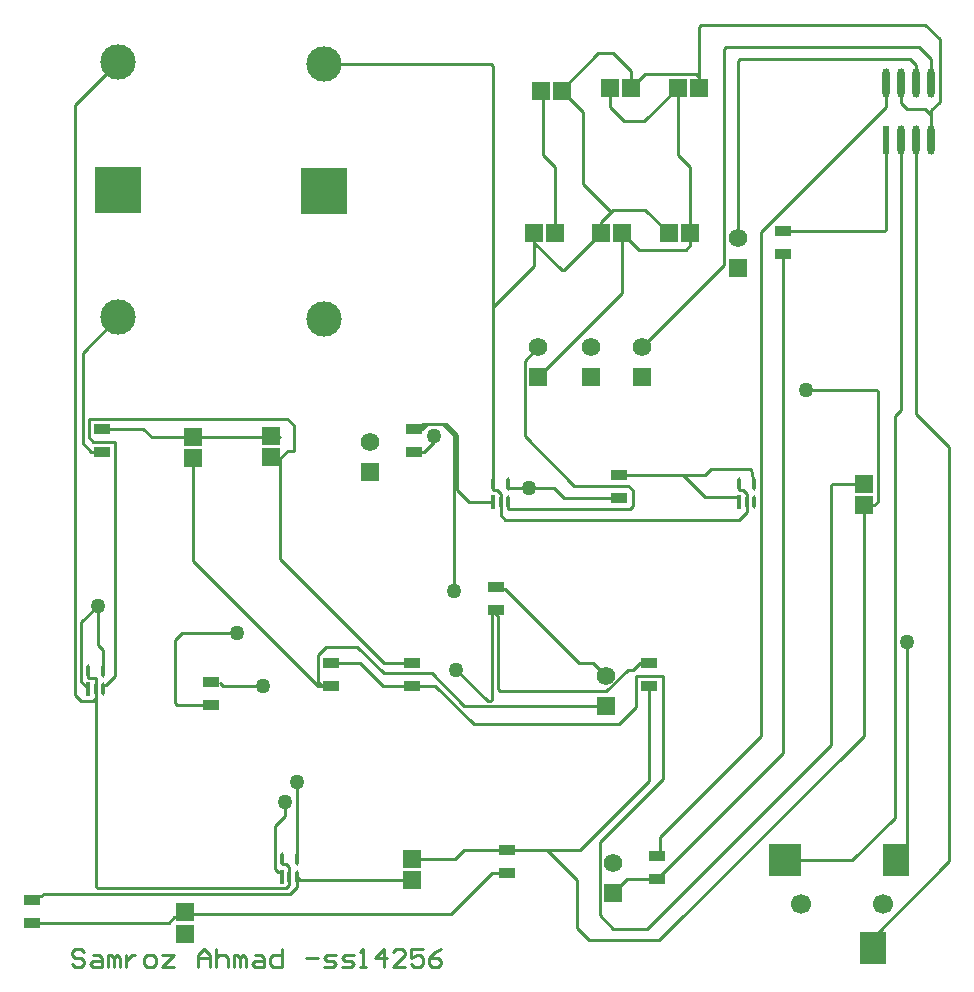
<source format=gtl>
G04*
G04 #@! TF.GenerationSoftware,Altium Limited,Altium Designer,21.5.1 (32)*
G04*
G04 Layer_Physical_Order=1*
G04 Layer_Color=255*
%FSLAX25Y25*%
%MOIN*%
G70*
G04*
G04 #@! TF.SameCoordinates,DAD435CF-6C14-4571-BFE5-B678BFDF4ED4*
G04*
G04*
G04 #@! TF.FilePolarity,Positive*
G04*
G01*
G75*
%ADD13C,0.01000*%
%ADD14R,0.15590X0.15590*%
%ADD15R,0.06102X0.06102*%
%ADD16R,0.08661X0.11024*%
%ADD17R,0.11024X0.11024*%
%ADD18R,0.05709X0.03740*%
%ADD19R,0.01322X0.04583*%
G04:AMPARAMS|DCode=20|XSize=45.83mil|YSize=13.22mil|CornerRadius=6.61mil|HoleSize=0mil|Usage=FLASHONLY|Rotation=90.000|XOffset=0mil|YOffset=0mil|HoleType=Round|Shape=RoundedRectangle|*
%AMROUNDEDRECTD20*
21,1,0.04583,0.00000,0,0,90.0*
21,1,0.03260,0.01322,0,0,90.0*
1,1,0.01322,0.00000,0.01630*
1,1,0.01322,0.00000,-0.01630*
1,1,0.01322,0.00000,-0.01630*
1,1,0.01322,0.00000,0.01630*
%
%ADD20ROUNDEDRECTD20*%
G04:AMPARAMS|DCode=21|XSize=97.4mil|YSize=24.49mil|CornerRadius=12.25mil|HoleSize=0mil|Usage=FLASHONLY|Rotation=90.000|XOffset=0mil|YOffset=0mil|HoleType=Round|Shape=RoundedRectangle|*
%AMROUNDEDRECTD21*
21,1,0.09740,0.00000,0,0,90.0*
21,1,0.07291,0.02449,0,0,90.0*
1,1,0.02449,0.00000,0.03646*
1,1,0.02449,0.00000,-0.03646*
1,1,0.02449,0.00000,-0.03646*
1,1,0.02449,0.00000,0.03646*
%
%ADD21ROUNDEDRECTD21*%
%ADD22R,0.02449X0.09740*%
%ADD23R,0.06102X0.06102*%
%ADD31C,0.06181*%
%ADD32R,0.06181X0.06181*%
%ADD34C,0.11811*%
%ADD35C,0.06693*%
%ADD36C,0.05000*%
D13*
X176852Y131633D02*
Y132310D01*
Y132471D02*
X178354Y130968D01*
X179032D01*
X203661Y106339D02*
X208161D01*
X179032Y130968D02*
X203661Y106339D01*
X174500Y124096D02*
X176681Y121914D01*
X173086Y93514D02*
X173914D01*
X174500Y94100D01*
Y124096D01*
X162500Y104100D02*
X173086Y93514D01*
X165200Y92000D02*
X212500D01*
X176681Y97586D02*
X177267Y97000D01*
X176681Y97586D02*
Y121914D01*
X177267Y97000D02*
X212649D01*
X219748Y104100D02*
X221697D01*
X223935Y106339D01*
X212649Y97000D02*
X219748Y104100D01*
X208161Y106339D02*
X212500Y102000D01*
X103200Y36500D02*
X104441D01*
X69000Y114000D02*
X71300Y116300D01*
X89400D01*
X69000Y92909D02*
Y114000D01*
Y92909D02*
X69586Y92323D01*
X81000D01*
X83911Y99589D02*
X84839Y98661D01*
X167000Y159900D02*
X174941D01*
X151200Y184339D02*
Y185900D01*
X287494Y78994D02*
Y165458D01*
X288079Y166043D02*
X298500D01*
X287494Y165458D02*
X288079Y166043D01*
X226200Y17700D02*
X287494Y78994D01*
X306000Y250924D02*
Y280488D01*
X271500Y250339D02*
X305414D01*
X306000Y250924D01*
X264300Y82100D02*
Y249800D01*
X306000Y291500D02*
Y299512D01*
X264300Y249800D02*
X306000Y291500D01*
X256500Y248000D02*
Y307000D01*
X257100Y307600D02*
X313900D01*
X256500Y307000D02*
X257100Y307600D01*
X252486Y311700D02*
X316800D01*
X251900Y238900D02*
Y311114D01*
X252486Y311700D01*
X243543Y318414D02*
X244129Y319000D01*
X243543Y301500D02*
Y318414D01*
Y298000D02*
Y301500D01*
X244129Y319000D02*
X319000D01*
X242443Y302600D02*
X243543Y301500D01*
X271500Y76161D02*
Y242661D01*
X229500Y34161D02*
X271500Y76161D01*
X230500Y48300D02*
X264300Y82100D01*
X215000Y17700D02*
X226200D01*
X207000Y13800D02*
X230300D01*
X298500Y82000D01*
Y158957D01*
X294567Y40567D02*
X308780Y54780D01*
X272323Y40567D02*
X294567D01*
X308780Y54780D02*
Y188474D01*
X312800Y44036D02*
Y113200D01*
X309331Y40567D02*
X312800Y44036D01*
X301457Y14700D02*
X327000Y40243D01*
X316000Y189274D02*
X327000Y178274D01*
Y40243D02*
Y178274D01*
X316000Y189274D02*
Y280488D01*
X279200Y197400D02*
X302514D01*
X303100Y160057D02*
Y196814D01*
X302514Y197400D02*
X303100Y196814D01*
X214322Y256678D02*
X215000Y257357D01*
X205000Y266000D02*
Y290000D01*
Y266000D02*
X214322Y256678D01*
X210957Y253313D02*
X214322Y256678D01*
X198000Y297000D02*
X205000Y290000D01*
X215000Y257357D02*
X225600D01*
X210957Y249500D02*
Y253313D01*
X188457Y246443D02*
X197764Y237136D01*
X198592D02*
X210957Y249500D01*
X197764Y237136D02*
X198592D01*
X174941Y166032D02*
Y224941D01*
Y163800D02*
Y166032D01*
X188457Y238457D02*
Y246443D01*
X174941Y224941D02*
X188457Y238457D01*
X174941Y224941D02*
Y305434D01*
X118500Y306020D02*
X174355D01*
X174941Y305434D01*
X188457Y246443D02*
Y249500D01*
X106941Y34909D02*
X107000Y34968D01*
X43086Y31177D02*
X105777D01*
X106941Y32341D01*
X42500Y31763D02*
X43086Y31177D01*
X106941Y32341D02*
Y34909D01*
X42500Y31763D02*
Y94500D01*
X22520Y28677D02*
X24539D01*
X25038Y29177D01*
X107236D01*
X21149Y27307D02*
X22520Y28677D01*
X160839Y22500D02*
X174500Y36161D01*
X74892Y22500D02*
X160839D01*
X66837Y19630D02*
X68721Y21514D01*
X68863D02*
X69449Y22100D01*
X21149Y19630D02*
X66837D01*
X68721Y21514D02*
X68863D01*
X69449Y22100D02*
Y22449D01*
X69500Y22500D01*
X71000D01*
X72000Y23500D01*
Y24500D01*
X75000Y181543D02*
X104000D01*
X44500Y184339D02*
X58300D01*
X61095Y181543D01*
X75000D01*
X240543Y249500D02*
Y271700D01*
X236457Y275787D02*
X240543Y271700D01*
X236457Y275787D02*
Y298000D01*
X195543Y249500D02*
Y271700D01*
X191457Y275787D02*
X195543Y271700D01*
X191457Y275787D02*
Y298000D01*
X148000Y41043D02*
X162300D01*
X165095Y43839D01*
X179500D01*
X218043Y249500D02*
X223500Y244043D01*
X239087D01*
X240543Y245500D01*
Y249500D01*
X198543Y298000D02*
X210043Y309500D01*
X215043D01*
X221043Y303500D01*
Y298000D02*
Y303500D01*
X213957Y291500D02*
Y298000D01*
Y291500D02*
X218557Y286900D01*
X225357D01*
X236457Y298000D01*
X221043D02*
X225643Y302600D01*
X242443D01*
X198600Y161161D02*
X217000D01*
X195261Y164500D02*
X198600Y161161D01*
X180059Y164500D02*
Y166032D01*
X190000Y201500D02*
X218043Y229543D01*
Y249500D01*
X223935Y106339D02*
X227000D01*
X229500Y41839D02*
X230500D01*
X308780Y188474D02*
X311000Y190694D01*
Y280488D01*
X185400Y206900D02*
X190000Y211500D01*
X185400Y181800D02*
Y206900D01*
Y181800D02*
X201800Y165400D01*
X220000D01*
X221400Y164000D01*
Y158500D02*
Y164000D01*
X220400Y157500D02*
X221400Y158500D01*
X180059Y157500D02*
Y159968D01*
X301457Y11933D02*
Y14700D01*
X224500Y211500D02*
X251900Y238900D01*
X316800Y311700D02*
X321000Y307500D01*
Y299512D02*
Y307500D01*
X154400Y102800D02*
X165200Y92000D01*
X138400Y102800D02*
X154400D01*
X129700Y111500D02*
X138400Y102800D01*
X119300Y111500D02*
X129700D01*
X116600Y108800D02*
X119300Y111500D01*
X116600Y100061D02*
Y108800D01*
Y100061D02*
X118000Y98661D01*
X104000Y141000D02*
Y174457D01*
Y141000D02*
X138661Y106339D01*
X148000D01*
X121000D02*
X130600D01*
X138277Y98661D01*
X148000D01*
X174500Y36161D02*
X179500D01*
X316000Y299512D02*
Y305500D01*
X313900Y307600D02*
X316000Y305500D01*
X319000Y290900D02*
X321000Y288900D01*
X313000Y290900D02*
X319000D01*
X311000Y292900D02*
X313000Y290900D01*
X311000Y292900D02*
Y299512D01*
X155300Y179961D02*
Y181900D01*
X152000Y176661D02*
X155300Y179961D01*
X148500Y176661D02*
X152000D01*
X152839Y185904D02*
X159274D01*
X162800Y182378D01*
Y164100D02*
Y182378D01*
Y164100D02*
X167000Y159900D01*
X174941D02*
Y159968D01*
X75000Y140261D02*
X116600Y98661D01*
X75000Y140261D02*
Y174457D01*
X84839Y98661D02*
X98300D01*
X161800Y130400D02*
Y182400D01*
X158300Y185900D02*
X161800Y182400D01*
X148500Y184339D02*
X151200D01*
X259500Y156500D02*
Y159968D01*
X257000Y154000D02*
X259500Y156500D01*
X179000Y154000D02*
X257000D01*
X177500Y155500D02*
X179000Y154000D01*
X177500Y155500D02*
Y159968D01*
X39941Y101300D02*
Y103532D01*
X42500Y97468D02*
Y101300D01*
X107236Y29177D02*
X109559Y31500D01*
Y34968D01*
X104441Y39400D02*
Y41032D01*
X106000Y39400D02*
X107000Y38400D01*
Y34968D02*
Y38400D01*
X104441Y34968D02*
Y36500D01*
X102200Y37500D02*
X103200Y36500D01*
X102200Y37500D02*
Y52100D01*
X105500Y55400D01*
Y59800D01*
X256941Y163800D02*
Y166032D01*
X258200Y163800D02*
X259500Y162500D01*
Y159968D02*
Y162500D01*
X256941Y159968D02*
Y161600D01*
X238161Y168839D02*
X245400Y161600D01*
X176200Y163800D02*
X177500Y162500D01*
Y159968D02*
Y162500D01*
X225600Y257357D02*
X233457Y249500D01*
X319000Y319000D02*
X323800Y314200D01*
Y293300D02*
Y314200D01*
X321000Y290500D02*
X323800Y293300D01*
X35700Y292220D02*
X50000Y306520D01*
X35700Y95500D02*
Y292220D01*
Y95500D02*
X37700Y93500D01*
X41500D01*
X42500Y94500D01*
Y97468D01*
X148000Y98661D02*
X155700D01*
X168561Y85800D01*
X216900D01*
X222600Y91500D01*
Y102100D01*
X231500D01*
Y67760D02*
Y102100D01*
X210400Y46660D02*
X231500Y67760D01*
X210400Y22300D02*
Y46660D01*
Y22300D02*
X215000Y17700D01*
X104000Y174457D02*
X106443Y176900D01*
X108600D01*
Y185500D01*
X106391Y187709D02*
X108600Y185500D01*
X40146Y187709D02*
X106391D01*
X40146Y181500D02*
Y187709D01*
Y181500D02*
X41546Y180100D01*
X48900D01*
Y101900D02*
Y180100D01*
X46000Y99000D02*
X48900Y101900D01*
X45059Y97468D02*
Y99000D01*
X37700Y100400D02*
X39941Y97468D01*
X37700Y100400D02*
Y119800D01*
X43300Y125400D01*
X45059Y103532D02*
Y110500D01*
X43300Y112259D02*
X45059Y110500D01*
X43300Y112259D02*
Y125400D01*
X215000Y29500D02*
X219661Y34161D01*
X229500D01*
X261000Y170800D02*
X262059Y166032D01*
X247400Y170800D02*
X261000D01*
X245439Y168839D02*
X247400Y170800D01*
X109559Y41032D02*
Y66718D01*
Y34968D02*
X110571Y33957D01*
X148000D01*
X38146Y209626D02*
X50000Y221480D01*
X38146Y179500D02*
Y209626D01*
Y179500D02*
X40984Y176661D01*
X44500D01*
X203000Y17800D02*
X207000Y13800D01*
X203000Y17800D02*
Y33800D01*
X192961Y43839D02*
X203000Y33800D01*
X302000Y158957D02*
X303100Y160057D01*
X298500Y158957D02*
X302000D01*
X203939Y43839D02*
X227000Y66900D01*
Y98661D01*
X39941Y101300D02*
X42500D01*
X104441Y39400D02*
X106000D01*
X174941Y163800D02*
X176200D01*
X256941D02*
X258200D01*
X321000Y280488D02*
Y288900D01*
Y290500D01*
X230500Y41839D02*
Y48300D01*
X45059Y99000D02*
X46000D01*
X245400Y161600D02*
X256941D01*
X217000Y168839D02*
X238161D01*
X245439D01*
X180059Y164500D02*
X187000D01*
X195261D01*
X151200Y184339D02*
X151274D01*
X151200Y185900D02*
X152835D01*
X158300D01*
X151274Y184339D02*
X152835Y185900D01*
X152839Y185904D01*
X116600Y98661D02*
X118000D01*
X121000D01*
X179500Y43839D02*
X192961D01*
X203939D01*
X180059Y157500D02*
X220400D01*
X38499Y9998D02*
X37499Y10998D01*
X35500D01*
X34500Y9998D01*
Y8999D01*
X35500Y7999D01*
X37499D01*
X38499Y6999D01*
Y6000D01*
X37499Y5000D01*
X35500D01*
X34500Y6000D01*
X41498Y8999D02*
X43497D01*
X44497Y7999D01*
Y5000D01*
X41498D01*
X40498Y6000D01*
X41498Y6999D01*
X44497D01*
X46496Y5000D02*
Y8999D01*
X47496D01*
X48496Y7999D01*
Y5000D01*
Y7999D01*
X49495Y8999D01*
X50495Y7999D01*
Y5000D01*
X52494Y8999D02*
Y5000D01*
Y6999D01*
X53494Y7999D01*
X54493Y8999D01*
X55493D01*
X59492Y5000D02*
X61491D01*
X62491Y6000D01*
Y7999D01*
X61491Y8999D01*
X59492D01*
X58492Y7999D01*
Y6000D01*
X59492Y5000D01*
X64490Y8999D02*
X68489D01*
X64490Y5000D01*
X68489D01*
X76486D02*
Y8999D01*
X78486Y10998D01*
X80485Y8999D01*
Y5000D01*
Y7999D01*
X76486D01*
X82485Y10998D02*
Y5000D01*
Y7999D01*
X83484Y8999D01*
X85483D01*
X86483Y7999D01*
Y5000D01*
X88482D02*
Y8999D01*
X89482D01*
X90482Y7999D01*
Y5000D01*
Y7999D01*
X91482Y8999D01*
X92481Y7999D01*
Y5000D01*
X95480Y8999D02*
X97480D01*
X98479Y7999D01*
Y5000D01*
X95480D01*
X94481Y6000D01*
X95480Y6999D01*
X98479D01*
X104477Y10998D02*
Y5000D01*
X101478D01*
X100479Y6000D01*
Y7999D01*
X101478Y8999D01*
X104477D01*
X112475Y7999D02*
X116473D01*
X118473Y5000D02*
X121472D01*
X122472Y6000D01*
X121472Y6999D01*
X119473D01*
X118473Y7999D01*
X119473Y8999D01*
X122472D01*
X124471Y5000D02*
X127470D01*
X128470Y6000D01*
X127470Y6999D01*
X125471D01*
X124471Y7999D01*
X125471Y8999D01*
X128470D01*
X130469Y5000D02*
X132468D01*
X131469D01*
Y10998D01*
X130469Y9998D01*
X138466Y5000D02*
Y10998D01*
X135467Y7999D01*
X139466D01*
X145464Y5000D02*
X141465D01*
X145464Y8999D01*
Y9998D01*
X144464Y10998D01*
X142465D01*
X141465Y9998D01*
X151462Y10998D02*
X147464D01*
Y7999D01*
X149463Y8999D01*
X150462D01*
X151462Y7999D01*
Y6000D01*
X150462Y5000D01*
X148463D01*
X147464Y6000D01*
X157460Y10998D02*
X155461Y9998D01*
X153462Y7999D01*
Y6000D01*
X154461Y5000D01*
X156460D01*
X157460Y6000D01*
Y6999D01*
X156460Y7999D01*
X153462D01*
D14*
X118500Y263500D02*
D03*
X50000Y264000D02*
D03*
D15*
X101000Y182000D02*
D03*
Y174913D02*
D03*
X298500Y166043D02*
D03*
Y158957D02*
D03*
X148000Y33957D02*
D03*
Y41043D02*
D03*
X72207Y16052D02*
D03*
Y23138D02*
D03*
X75000Y174457D02*
D03*
Y181543D02*
D03*
D16*
X301457Y11433D02*
D03*
X309331Y40567D02*
D03*
D17*
X272323D02*
D03*
D18*
X229500Y34161D02*
D03*
Y41839D02*
D03*
X217000Y161161D02*
D03*
Y168839D02*
D03*
X44500Y176661D02*
D03*
Y184339D02*
D03*
X121000Y98661D02*
D03*
Y106339D02*
D03*
X81000Y100000D02*
D03*
Y92323D02*
D03*
X271500Y242661D02*
D03*
Y250339D02*
D03*
X179500Y36161D02*
D03*
Y43839D02*
D03*
X21149Y19630D02*
D03*
Y27307D02*
D03*
X227000Y98661D02*
D03*
Y106339D02*
D03*
X176000Y123823D02*
D03*
Y131500D02*
D03*
X148000Y98661D02*
D03*
Y106339D02*
D03*
X148500Y176661D02*
D03*
Y184339D02*
D03*
D19*
X39941Y97468D02*
D03*
X104441Y34968D02*
D03*
X256941Y159968D02*
D03*
X174941D02*
D03*
D20*
X42500Y97468D02*
D03*
X45059D02*
D03*
Y103532D02*
D03*
X39941D02*
D03*
X107000Y34968D02*
D03*
X109559D02*
D03*
Y41032D02*
D03*
X104441D02*
D03*
X259500Y159968D02*
D03*
X262059D02*
D03*
Y166032D02*
D03*
X256941D02*
D03*
X177500Y159968D02*
D03*
X180059D02*
D03*
Y166032D02*
D03*
X174941D02*
D03*
D21*
X306000Y299512D02*
D03*
X311000D02*
D03*
X316000D02*
D03*
X321000D02*
D03*
Y280488D02*
D03*
X316000D02*
D03*
X311000D02*
D03*
D22*
X306000D02*
D03*
D23*
X236457Y298000D02*
D03*
X243543D02*
D03*
X213957D02*
D03*
X221043D02*
D03*
X190913Y297000D02*
D03*
X198000D02*
D03*
X233457Y249500D02*
D03*
X240543D02*
D03*
X210957D02*
D03*
X218043D02*
D03*
X188457D02*
D03*
X195543D02*
D03*
D31*
X224500Y211500D02*
D03*
X207500D02*
D03*
X190000D02*
D03*
X256500Y248000D02*
D03*
X215000Y39500D02*
D03*
X212500Y102000D02*
D03*
X134000Y180000D02*
D03*
D32*
X224500Y201500D02*
D03*
X207500D02*
D03*
X190000D02*
D03*
X256500Y238000D02*
D03*
X215000Y29500D02*
D03*
X212500Y92000D02*
D03*
X134000Y170000D02*
D03*
D34*
X118500Y306020D02*
D03*
Y220980D02*
D03*
X50000Y306520D02*
D03*
Y221480D02*
D03*
D35*
X305000Y26000D02*
D03*
X277441D02*
D03*
D36*
X89400Y116300D02*
D03*
X279200Y197400D02*
D03*
X155300Y181900D02*
D03*
X98300Y98661D02*
D03*
X161800Y130400D02*
D03*
X105500Y59800D02*
D03*
X312800Y113200D02*
D03*
X43300Y125400D02*
D03*
X187000Y164500D02*
D03*
X109559Y66718D02*
D03*
X162500Y104100D02*
D03*
M02*

</source>
